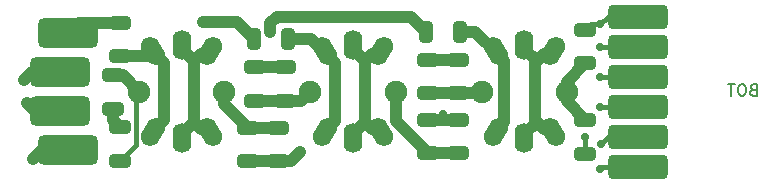
<source format=gbr>
%TF.GenerationSoftware,KiCad,Pcbnew,8.0.5*%
%TF.CreationDate,2024-10-25T13:02:38+02:00*%
%TF.ProjectId,ALIKEY03a,414c494b-4559-4303-9361-2e6b69636164,00*%
%TF.SameCoordinates,Original*%
%TF.FileFunction,Copper,L2,Bot*%
%TF.FilePolarity,Positive*%
%FSLAX46Y46*%
G04 Gerber Fmt 4.6, Leading zero omitted, Abs format (unit mm)*
G04 Created by KiCad (PCBNEW 8.0.5) date 2024-10-25 13:02:38*
%MOMM*%
%LPD*%
G01*
G04 APERTURE LIST*
G04 Aperture macros list*
%AMRoundRect*
0 Rectangle with rounded corners*
0 $1 Rounding radius*
0 $2 $3 $4 $5 $6 $7 $8 $9 X,Y pos of 4 corners*
0 Add a 4 corners polygon primitive as box body*
4,1,4,$2,$3,$4,$5,$6,$7,$8,$9,$2,$3,0*
0 Add four circle primitives for the rounded corners*
1,1,$1+$1,$2,$3*
1,1,$1+$1,$4,$5*
1,1,$1+$1,$6,$7*
1,1,$1+$1,$8,$9*
0 Add four rect primitives between the rounded corners*
20,1,$1+$1,$2,$3,$4,$5,0*
20,1,$1+$1,$4,$5,$6,$7,0*
20,1,$1+$1,$6,$7,$8,$9,0*
20,1,$1+$1,$8,$9,$2,$3,0*%
%AMHorizOval*
0 Thick line with rounded ends*
0 $1 width*
0 $2 $3 position (X,Y) of the first rounded end (center of the circle)*
0 $4 $5 position (X,Y) of the second rounded end (center of the circle)*
0 Add line between two ends*
20,1,$1,$2,$3,$4,$5,0*
0 Add two circle primitives to create the rounded ends*
1,1,$1,$2,$3*
1,1,$1,$4,$5*%
G04 Aperture macros list end*
%ADD10C,0.150000*%
%TA.AperFunction,NonConductor*%
%ADD11C,0.150000*%
%TD*%
%TA.AperFunction,ComponentPad*%
%ADD12HorizOval,1.587500X0.238125X0.412445X-0.238125X-0.412445X0*%
%TD*%
%TA.AperFunction,ComponentPad*%
%ADD13HorizOval,1.587500X-0.238125X0.412445X0.238125X-0.412445X0*%
%TD*%
%TA.AperFunction,ComponentPad*%
%ADD14C,1.905000*%
%TD*%
%TA.AperFunction,ComponentPad*%
%ADD15O,1.587500X2.540000*%
%TD*%
%TA.AperFunction,SMDPad,CuDef*%
%ADD16RoundRect,0.287500X0.612500X-0.287500X0.612500X0.287500X-0.612500X0.287500X-0.612500X-0.287500X0*%
%TD*%
%TA.AperFunction,SMDPad,CuDef*%
%ADD17RoundRect,0.287500X-0.612500X0.287500X-0.612500X-0.287500X0.612500X-0.287500X0.612500X0.287500X0*%
%TD*%
%TA.AperFunction,TestPad*%
%ADD18RoundRect,0.500000X-2.040000X0.770000X-2.040000X-0.770000X2.040000X-0.770000X2.040000X0.770000X0*%
%TD*%
%TA.AperFunction,TestPad*%
%ADD19RoundRect,0.400000X2.140000X-0.616000X2.140000X0.616000X-2.140000X0.616000X-2.140000X-0.616000X0*%
%TD*%
%TA.AperFunction,TestPad*%
%ADD20RoundRect,0.500000X2.040000X-0.770000X2.040000X0.770000X-2.040000X0.770000X-2.040000X-0.770000X0*%
%TD*%
%TA.AperFunction,SMDPad,CuDef*%
%ADD21RoundRect,0.287500X0.287500X0.612500X-0.287500X0.612500X-0.287500X-0.612500X0.287500X-0.612500X0*%
%TD*%
%TA.AperFunction,TestPad*%
%ADD22RoundRect,0.400000X-2.140000X0.616000X-2.140000X-0.616000X2.140000X-0.616000X2.140000X0.616000X0*%
%TD*%
%TA.AperFunction,ViaPad*%
%ADD23C,0.711200*%
%TD*%
%TA.AperFunction,Conductor*%
%ADD24C,0.406400*%
%TD*%
%TA.AperFunction,Conductor*%
%ADD25C,1.016000*%
%TD*%
G04 APERTURE END LIST*
D10*
D11*
X138379211Y-68112809D02*
X138236354Y-68160428D01*
X138236354Y-68160428D02*
X138188735Y-68208047D01*
X138188735Y-68208047D02*
X138141116Y-68303285D01*
X138141116Y-68303285D02*
X138141116Y-68446142D01*
X138141116Y-68446142D02*
X138188735Y-68541380D01*
X138188735Y-68541380D02*
X138236354Y-68589000D01*
X138236354Y-68589000D02*
X138331592Y-68636619D01*
X138331592Y-68636619D02*
X138712544Y-68636619D01*
X138712544Y-68636619D02*
X138712544Y-67636619D01*
X138712544Y-67636619D02*
X138379211Y-67636619D01*
X138379211Y-67636619D02*
X138283973Y-67684238D01*
X138283973Y-67684238D02*
X138236354Y-67731857D01*
X138236354Y-67731857D02*
X138188735Y-67827095D01*
X138188735Y-67827095D02*
X138188735Y-67922333D01*
X138188735Y-67922333D02*
X138236354Y-68017571D01*
X138236354Y-68017571D02*
X138283973Y-68065190D01*
X138283973Y-68065190D02*
X138379211Y-68112809D01*
X138379211Y-68112809D02*
X138712544Y-68112809D01*
X137522068Y-67636619D02*
X137331592Y-67636619D01*
X137331592Y-67636619D02*
X137236354Y-67684238D01*
X137236354Y-67684238D02*
X137141116Y-67779476D01*
X137141116Y-67779476D02*
X137093497Y-67969952D01*
X137093497Y-67969952D02*
X137093497Y-68303285D01*
X137093497Y-68303285D02*
X137141116Y-68493761D01*
X137141116Y-68493761D02*
X137236354Y-68589000D01*
X137236354Y-68589000D02*
X137331592Y-68636619D01*
X137331592Y-68636619D02*
X137522068Y-68636619D01*
X137522068Y-68636619D02*
X137617306Y-68589000D01*
X137617306Y-68589000D02*
X137712544Y-68493761D01*
X137712544Y-68493761D02*
X137760163Y-68303285D01*
X137760163Y-68303285D02*
X137760163Y-67969952D01*
X137760163Y-67969952D02*
X137712544Y-67779476D01*
X137712544Y-67779476D02*
X137617306Y-67684238D01*
X137617306Y-67684238D02*
X137522068Y-67636619D01*
X136807782Y-67636619D02*
X136236354Y-67636619D01*
X136522068Y-68636619D02*
X136522068Y-67636619D01*
D12*
%TO.P,K1,1,1*%
%TO.N,GND_Bar*%
X92398550Y-64816837D03*
D13*
%TO.P,K1,2,2*%
X92398550Y-71716763D03*
%TO.P,K1,3,3*%
%TO.N,Net-(K1-Pad3)*%
X87581050Y-64816837D03*
D12*
%TO.P,K1,4,4*%
X87581050Y-71716763D03*
D14*
%TO.P,K1,A1,A1*%
%TO.N,Net-(K1-PadA1)*%
X86389800Y-68266800D03*
%TO.P,K1,A2,A2*%
%TO.N,Net-(K1-PadA2)*%
X93589800Y-68266800D03*
D15*
%TO.P,K1,C1,C1*%
%TO.N,GND_Bar*%
X89989800Y-64349300D03*
%TO.P,K1,C2,C2*%
X89989800Y-72184300D03*
%TD*%
D12*
%TO.P,K2,1,1*%
%TO.N,GND_Bar*%
X106898550Y-64816837D03*
D13*
%TO.P,K2,2,2*%
X106898550Y-71716763D03*
%TO.P,K2,3,3*%
%TO.N,Net-(K2-Pad3)*%
X102081050Y-64816837D03*
D12*
%TO.P,K2,4,4*%
X102081050Y-71716763D03*
D14*
%TO.P,K2,A1,A1*%
%TO.N,Net-(K2-PadA1)*%
X100889800Y-68266800D03*
%TO.P,K2,A2,A2*%
%TO.N,Net-(K2-PadA2)*%
X108089800Y-68266800D03*
D15*
%TO.P,K2,C1,C1*%
%TO.N,GND_Bar*%
X104489800Y-64349300D03*
%TO.P,K2,C2,C2*%
X104489800Y-72184300D03*
%TD*%
D12*
%TO.P,K3,1,1*%
%TO.N,GND_Bar*%
X121398550Y-64816837D03*
D13*
%TO.P,K3,2,2*%
X121398550Y-71716763D03*
%TO.P,K3,3,3*%
%TO.N,Net-(K3-Pad3)*%
X116581050Y-64816837D03*
D12*
%TO.P,K3,4,4*%
X116581050Y-71716763D03*
D14*
%TO.P,K3,A1,A1*%
%TO.N,Net-(K3-PadA1)*%
X115389800Y-68266800D03*
%TO.P,K3,A2,A2*%
%TO.N,Net-(K3-PadA2)*%
X122589800Y-68266800D03*
D15*
%TO.P,K3,C1,C1*%
%TO.N,GND_Bar*%
X118989800Y-64349300D03*
%TO.P,K3,C2,C2*%
X118989800Y-72184300D03*
%TD*%
D16*
%TO.P,R4,1,1*%
%TO.N,Net-(D1-2-Pad1)*%
X95599800Y-74161800D03*
%TO.P,R4,2,2*%
%TO.N,Net-(K1-PadA2)*%
X95599800Y-71311800D03*
%TD*%
D17*
%TO.P,R14,1,1*%
%TO.N,Net-(D3-1-Pad1)*%
X113379800Y-65546800D03*
%TO.P,R14,2,2*%
%TO.N,Net-(K3-PadA1)*%
X113379800Y-68396800D03*
%TD*%
D16*
%TO.P,R12,1,1*%
%TO.N,Net-(D3-2-Pad1)*%
X124174800Y-73526800D03*
%TO.P,R12,2,2*%
%TO.N,Net-(K3-PadA2)*%
X124174800Y-70676800D03*
%TD*%
D18*
%TO.P,P1,1,1*%
%TO.N,Net-(P1-Pad1)*%
X80359800Y-63313800D03*
%TD*%
D19*
%TO.P,D3-1,1,1*%
%TO.N,Net-(D3-1-Pad1)*%
X128619800Y-64456800D03*
%TD*%
%TO.P,D3-2,1,1*%
%TO.N,Net-(D3-2-Pad1)*%
X128619800Y-61916800D03*
%TD*%
D20*
%TO.P,P2,1,1*%
%TO.N,Net-(P2-Pad1)*%
X79724800Y-66615800D03*
%TD*%
D17*
%TO.P,R10,1,1*%
%TO.N,Net-(D2-1-Pad1)*%
X96234800Y-66181800D03*
%TO.P,R10,2,2*%
%TO.N,Net-(K2-PadA1)*%
X96234800Y-69031800D03*
%TD*%
D21*
%TO.P,R2,1,1*%
%TO.N,Net-(K2-Pad3)*%
X98954800Y-63821800D03*
%TO.P,R2,2,2*%
%TO.N,Net-(P2-Pad1)*%
X96104800Y-63821800D03*
%TD*%
D16*
%TO.P,R7,1,1*%
%TO.N,Net-(D1-1-Pad1)*%
X84169800Y-69716800D03*
%TO.P,R7,2,2*%
%TO.N,Net-(K1-PadA1)*%
X84169800Y-66866800D03*
%TD*%
D17*
%TO.P,R6,1,1*%
%TO.N,Net-(D1-1-Pad1)*%
X84804800Y-71261800D03*
%TO.P,R6,2,2*%
%TO.N,Net-(K1-PadA1)*%
X84804800Y-74111800D03*
%TD*%
%TO.P,R8,1,1*%
%TO.N,Net-(D2-2-Pad1)*%
X110839800Y-70626800D03*
%TO.P,R8,2,2*%
%TO.N,Net-(K2-PadA2)*%
X110839800Y-73476800D03*
%TD*%
D16*
%TO.P,R5,1,1*%
%TO.N,Net-(D1-2-Pad1)*%
X98139800Y-74161800D03*
%TO.P,R5,2,2*%
%TO.N,Net-(K1-PadA2)*%
X98139800Y-71311800D03*
%TD*%
D17*
%TO.P,R13,1,1*%
%TO.N,Net-(D3-2-Pad1)*%
X124174800Y-63006800D03*
%TO.P,R13,2,2*%
%TO.N,Net-(K3-PadA2)*%
X124174800Y-65856800D03*
%TD*%
D21*
%TO.P,R3,1,1*%
%TO.N,Net-(K3-Pad3)*%
X113559800Y-63186800D03*
%TO.P,R3,2,2*%
%TO.N,Net-(P3-Pad1)*%
X110709800Y-63186800D03*
%TD*%
D19*
%TO.P,D1-2,1,1*%
%TO.N,Net-(D1-2-Pad1)*%
X128619800Y-72076800D03*
%TD*%
D17*
%TO.P,R11,1,1*%
%TO.N,Net-(D2-1-Pad1)*%
X98774800Y-66181800D03*
%TO.P,R11,2,2*%
%TO.N,Net-(K2-PadA1)*%
X98774800Y-69031800D03*
%TD*%
D22*
%TO.P,D2-2,1,1*%
%TO.N,Net-(D2-2-Pad1)*%
X128619800Y-66996800D03*
%TD*%
D16*
%TO.P,R1,1,1*%
%TO.N,Net-(K1-Pad3)*%
X84804800Y-65271800D03*
%TO.P,R1,2,2*%
%TO.N,Net-(P1-Pad1)*%
X84804800Y-62421800D03*
%TD*%
D17*
%TO.P,R9,1,1*%
%TO.N,Net-(D2-2-Pad1)*%
X113379800Y-70626800D03*
%TO.P,R9,2,2*%
%TO.N,Net-(K2-PadA2)*%
X113379800Y-73476800D03*
%TD*%
%TO.P,R15,1,1*%
%TO.N,Net-(D3-1-Pad1)*%
X110839800Y-65546800D03*
%TO.P,R15,2,2*%
%TO.N,Net-(K3-PadA1)*%
X110839800Y-68396800D03*
%TD*%
D20*
%TO.P,P3,1,1*%
%TO.N,Net-(P3-Pad1)*%
X79724800Y-69917800D03*
%TD*%
D19*
%TO.P,D1-1,1,1*%
%TO.N,Net-(D1-1-Pad1)*%
X128619800Y-74616800D03*
%TD*%
D22*
%TO.P,D2-1,1,1*%
%TO.N,Net-(D2-1-Pad1)*%
X128619800Y-69536800D03*
%TD*%
D20*
%TO.P,J0,1,1*%
%TO.N,GND_Bar*%
X80359800Y-73219800D03*
%TD*%
D23*
%TO.N,Net-(D1-1-Pad1)*%
X125444800Y-74811200D03*
X84169800Y-70626800D03*
%TO.N,Net-(D1-2-Pad1)*%
X125450123Y-72707168D03*
X100044800Y-73346800D03*
%TO.N,Net-(D2-1-Pad1)*%
X97504800Y-66181800D03*
X125444800Y-69536800D03*
%TO.N,Net-(D2-2-Pad1)*%
X112109800Y-70171800D03*
X125444800Y-66996800D03*
%TO.N,Net-(D3-1-Pad1)*%
X112109800Y-65546800D03*
X125444800Y-64456800D03*
%TO.N,Net-(D3-2-Pad1)*%
X125444800Y-62551800D03*
X124174800Y-72076800D03*
%TO.N,GND_Bar*%
X77438792Y-73981792D03*
%TO.N,Net-(P2-Pad1)*%
X76676785Y-67250800D03*
X91789800Y-62368100D03*
%TO.N,Net-(P3-Pad1)*%
X97504800Y-63186800D03*
X76867307Y-69219293D03*
%TD*%
D24*
%TO.N,Net-(D1-1-Pad1)*%
X125639200Y-74616800D02*
X128619800Y-74616800D01*
D25*
X84804800Y-71261800D02*
X84169800Y-70626800D01*
D24*
X125444800Y-74811200D02*
X125639200Y-74616800D01*
D25*
X84169800Y-69716800D02*
X84169800Y-70626800D01*
%TO.N,Net-(D1-2-Pad1)*%
X99229800Y-74161800D02*
X100044800Y-73346800D01*
X95599800Y-74161800D02*
X98139800Y-74161800D01*
D24*
X125450123Y-72707168D02*
X126080491Y-72076800D01*
X126080491Y-72076800D02*
X128619800Y-72076800D01*
D25*
X98139800Y-74161800D02*
X99229800Y-74161800D01*
D24*
%TO.N,Net-(D2-1-Pad1)*%
X125444800Y-69536800D02*
X128619800Y-69536800D01*
D25*
X98774800Y-66181800D02*
X96234800Y-66181800D01*
D24*
%TO.N,Net-(D2-2-Pad1)*%
X128619800Y-66996800D02*
X125444800Y-66996800D01*
D25*
X110839800Y-70626800D02*
X113379800Y-70626800D01*
D24*
%TO.N,Net-(D3-1-Pad1)*%
X113379800Y-65546800D02*
X112109800Y-65546800D01*
X128619800Y-64456800D02*
X125444800Y-64456800D01*
D25*
X110839800Y-65546800D02*
X113379800Y-65546800D01*
D24*
%TO.N,Net-(D3-2-Pad1)*%
X125444800Y-62551800D02*
X124629800Y-62551800D01*
X128619800Y-61916800D02*
X126079800Y-61916800D01*
X124174800Y-73526800D02*
X124174800Y-72076800D01*
X126079800Y-61916800D02*
X125444800Y-62551800D01*
X124629800Y-62551800D02*
X124174800Y-63006800D01*
D25*
%TO.N,GND_Bar*%
X106140800Y-71441800D02*
X105527800Y-70828800D01*
X120027800Y-70828800D02*
X118989800Y-71866800D01*
X121239800Y-65091800D02*
X120640800Y-65091800D01*
X120027800Y-65704800D02*
X119933000Y-65799600D01*
X89989800Y-64666800D02*
X91027800Y-65704800D01*
X92239800Y-71441800D02*
X91640800Y-71441800D01*
X106739800Y-71441800D02*
X106140800Y-71441800D01*
X105527800Y-70828800D02*
X104489800Y-71866800D01*
X91027800Y-65704800D02*
X91027800Y-70828800D01*
X91027800Y-70828800D02*
X89989800Y-71866800D01*
X120640800Y-65091800D02*
X120027800Y-65704800D01*
X119933000Y-65799600D02*
X119933000Y-70734000D01*
X80359800Y-73219800D02*
X78200784Y-73219800D01*
X121239800Y-71441800D02*
X120640800Y-71441800D01*
X104489800Y-64666800D02*
X105527800Y-65704800D01*
X106140800Y-65091800D02*
X105527800Y-65704800D01*
X78200784Y-73219800D02*
X77438792Y-73981792D01*
X118989800Y-64666800D02*
X120027800Y-65704800D01*
X120640800Y-71441800D02*
X120027800Y-70828800D01*
X105527800Y-65704800D02*
X105527800Y-70828800D01*
X119933000Y-70734000D02*
X120027800Y-70828800D01*
X91640800Y-71441800D02*
X91027800Y-70828800D01*
X92239800Y-65091800D02*
X91640800Y-65091800D01*
X91640800Y-65091800D02*
X91027800Y-65704800D01*
X106739800Y-65091800D02*
X106140800Y-65091800D01*
%TO.N,Net-(K1-Pad3)*%
X87739800Y-65091800D02*
X88487800Y-65839800D01*
X84804800Y-65271800D02*
X87559800Y-65271800D01*
X88487800Y-65839800D02*
X88487800Y-70693800D01*
X88487800Y-70693800D02*
X87739800Y-71441800D01*
D24*
%TO.N,Net-(K1-PadA1)*%
X86111200Y-72805400D02*
X84804800Y-74111800D01*
D25*
X84989800Y-66866800D02*
X86389800Y-68266800D01*
X84169800Y-66866800D02*
X84989800Y-66866800D01*
D24*
X86111200Y-68545400D02*
X86111200Y-72805400D01*
D25*
%TO.N,Net-(K1-PadA2)*%
X98139800Y-71311800D02*
X95599800Y-71311800D01*
X95599800Y-71311800D02*
X93589800Y-69301800D01*
X93589800Y-69301800D02*
X93589800Y-68666800D01*
%TO.N,Net-(K2-Pad3)*%
X102239800Y-65091800D02*
X102965800Y-65817800D01*
X98954800Y-63821800D02*
X100969800Y-63821800D01*
X100969800Y-63821800D02*
X102239800Y-65091800D01*
X102965800Y-70715800D02*
X102239800Y-71441800D01*
X102965800Y-65817800D02*
X102965800Y-70715800D01*
%TO.N,Net-(K2-PadA2)*%
X110839800Y-73476800D02*
X113379800Y-73476800D01*
X108089800Y-68266800D02*
X108089800Y-70726800D01*
X108089800Y-70726800D02*
X110839800Y-73476800D01*
%TO.N,Net-(K2-PadA1)*%
X96234800Y-69031800D02*
X98774800Y-69031800D01*
X98774800Y-69031800D02*
X100124800Y-69031800D01*
X100124800Y-69031800D02*
X100889800Y-68266800D01*
%TO.N,Net-(K3-PadA2)*%
X122589800Y-69091800D02*
X124174800Y-70676800D01*
X122589800Y-68266800D02*
X122589800Y-69091800D01*
X122589800Y-67441800D02*
X124174800Y-65856800D01*
X122589800Y-68266800D02*
X122589800Y-67441800D01*
%TO.N,Net-(K3-PadA1)*%
X110839800Y-68396800D02*
X113379800Y-68396800D01*
X113379800Y-68396800D02*
X115259800Y-68396800D01*
%TO.N,Net-(K3-Pad3)*%
X117316800Y-65668800D02*
X117316800Y-70864800D01*
X113559800Y-63186800D02*
X114834800Y-63186800D01*
X117316800Y-70864800D02*
X116739800Y-71441800D01*
X116739800Y-65091800D02*
X117316800Y-65668800D01*
X114834800Y-63186800D02*
X116739800Y-65091800D01*
%TO.N,Net-(P1-Pad1)*%
X80359800Y-63313800D02*
X81251800Y-62421800D01*
X81251800Y-62421800D02*
X84804800Y-62421800D01*
%TO.N,Net-(P2-Pad1)*%
X94651100Y-62368100D02*
X91789800Y-62368100D01*
X79724800Y-66615800D02*
X77311785Y-66615800D01*
X96104800Y-63821800D02*
X94651100Y-62368100D01*
X77311785Y-66615800D02*
X76676785Y-67250800D01*
%TO.N,Net-(P3-Pad1)*%
X109439800Y-61916800D02*
X110709800Y-63186800D01*
X79724800Y-69917800D02*
X77565814Y-69917800D01*
X77565814Y-69917800D02*
X76867307Y-69219293D01*
X98026112Y-61916800D02*
X109439800Y-61916800D01*
X97504800Y-62438112D02*
X98026112Y-61916800D01*
X97504800Y-63186800D02*
X97504800Y-62438112D01*
%TD*%
M02*

</source>
